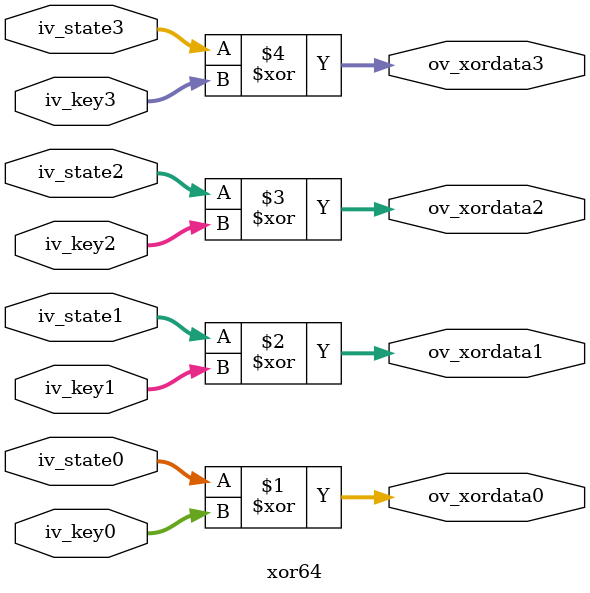
<source format=v>
module xor64(
        iv_state0,
        iv_state1,
        iv_state2,
        iv_state3,
        iv_key0,
        iv_key1,
        iv_key2,
        iv_key3,
        ov_xordata0,
        ov_xordata1,
        ov_xordata2,
        ov_xordata3
        );
  input[15:0] iv_state0;
  input[15:0] iv_state1;
  input[15:0] iv_state2;
  input[15:0] iv_state3;
  input[15:0] iv_key0;
  input[15:0] iv_key1;
  input[15:0] iv_key2;
  input[15:0] iv_key3;
  output[15:0] ov_xordata0;
  output[15:0] ov_xordata1;
  output[15:0] ov_xordata2;
  output[15:0] ov_xordata3;

  assign ov_xordata0 = iv_state0 ^ iv_key0;
  assign ov_xordata1 = iv_state1 ^ iv_key1;
  assign ov_xordata2 = iv_state2 ^ iv_key2;
  assign ov_xordata3 = iv_state3 ^ iv_key3;
endmodule	

</source>
